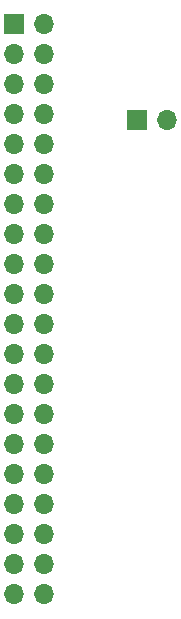
<source format=gbr>
%TF.GenerationSoftware,KiCad,Pcbnew,(6.0.9)*%
%TF.CreationDate,2022-11-21T20:56:18+08:00*%
%TF.ProjectId,Sitronix_3.95''_480x480,53697472-6f6e-4697-985f-332e39352727,rev?*%
%TF.SameCoordinates,Original*%
%TF.FileFunction,Soldermask,Bot*%
%TF.FilePolarity,Negative*%
%FSLAX46Y46*%
G04 Gerber Fmt 4.6, Leading zero omitted, Abs format (unit mm)*
G04 Created by KiCad (PCBNEW (6.0.9)) date 2022-11-21 20:56:18*
%MOMM*%
%LPD*%
G01*
G04 APERTURE LIST*
%ADD10R,1.700000X1.700000*%
%ADD11O,1.700000X1.700000*%
G04 APERTURE END LIST*
D10*
%TO.C,J2*%
X90927000Y-72898000D03*
D11*
X93467000Y-72898000D03*
%TD*%
D10*
%TO.C,J1*%
X80538000Y-64800000D03*
D11*
X83078000Y-64800000D03*
X80538000Y-67340000D03*
X83078000Y-67340000D03*
X80538000Y-69880000D03*
X83078000Y-69880000D03*
X80538000Y-72420000D03*
X83078000Y-72420000D03*
X80538000Y-74960000D03*
X83078000Y-74960000D03*
X80538000Y-77500000D03*
X83078000Y-77500000D03*
X80538000Y-80040000D03*
X83078000Y-80040000D03*
X80538000Y-82580000D03*
X83078000Y-82580000D03*
X80538000Y-85120000D03*
X83078000Y-85120000D03*
X80538000Y-87660000D03*
X83078000Y-87660000D03*
X80538000Y-90200000D03*
X83078000Y-90200000D03*
X80538000Y-92740000D03*
X83078000Y-92740000D03*
X80538000Y-95280000D03*
X83078000Y-95280000D03*
X80538000Y-97820000D03*
X83078000Y-97820000D03*
X80538000Y-100360000D03*
X83078000Y-100360000D03*
X80538000Y-102900000D03*
X83078000Y-102900000D03*
X80538000Y-105440000D03*
X83078000Y-105440000D03*
X80538000Y-107980000D03*
X83078000Y-107980000D03*
X80538000Y-110520000D03*
X83078000Y-110520000D03*
X80538000Y-113060000D03*
X83078000Y-113060000D03*
%TD*%
M02*

</source>
